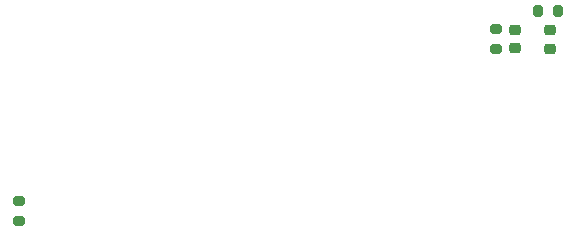
<source format=gbp>
%TF.GenerationSoftware,KiCad,Pcbnew,7.0.6*%
%TF.CreationDate,2023-08-29T11:28:15+01:00*%
%TF.ProjectId,SiPM_output,5369504d-5f6f-4757-9470-75742e6b6963,2.2*%
%TF.SameCoordinates,Original*%
%TF.FileFunction,Paste,Bot*%
%TF.FilePolarity,Positive*%
%FSLAX46Y46*%
G04 Gerber Fmt 4.6, Leading zero omitted, Abs format (unit mm)*
G04 Created by KiCad (PCBNEW 7.0.6) date 2023-08-29 11:28:15*
%MOMM*%
%LPD*%
G01*
G04 APERTURE LIST*
G04 Aperture macros list*
%AMRoundRect*
0 Rectangle with rounded corners*
0 $1 Rounding radius*
0 $2 $3 $4 $5 $6 $7 $8 $9 X,Y pos of 4 corners*
0 Add a 4 corners polygon primitive as box body*
4,1,4,$2,$3,$4,$5,$6,$7,$8,$9,$2,$3,0*
0 Add four circle primitives for the rounded corners*
1,1,$1+$1,$2,$3*
1,1,$1+$1,$4,$5*
1,1,$1+$1,$6,$7*
1,1,$1+$1,$8,$9*
0 Add four rect primitives between the rounded corners*
20,1,$1+$1,$2,$3,$4,$5,0*
20,1,$1+$1,$4,$5,$6,$7,0*
20,1,$1+$1,$6,$7,$8,$9,0*
20,1,$1+$1,$8,$9,$2,$3,0*%
G04 Aperture macros list end*
%ADD10RoundRect,0.225000X0.250000X-0.225000X0.250000X0.225000X-0.250000X0.225000X-0.250000X-0.225000X0*%
%ADD11RoundRect,0.200000X0.200000X0.275000X-0.200000X0.275000X-0.200000X-0.275000X0.200000X-0.275000X0*%
%ADD12RoundRect,0.200000X-0.275000X0.200000X-0.275000X-0.200000X0.275000X-0.200000X0.275000X0.200000X0*%
%ADD13RoundRect,0.200000X0.275000X-0.200000X0.275000X0.200000X-0.275000X0.200000X-0.275000X-0.200000X0*%
G04 APERTURE END LIST*
D10*
%TO.C,C13*%
X124550000Y-98075000D03*
X124550000Y-99625000D03*
%TD*%
D11*
%TO.C,R13*%
X123525000Y-96400000D03*
X125175000Y-96400000D03*
%TD*%
D10*
%TO.C,C5*%
X121600000Y-98025000D03*
X121600000Y-99575000D03*
%TD*%
D12*
%TO.C,R2*%
X79600000Y-114187500D03*
X79600000Y-112537500D03*
%TD*%
D13*
%TO.C,R12*%
X120000000Y-97975000D03*
X120000000Y-99625000D03*
%TD*%
M02*

</source>
